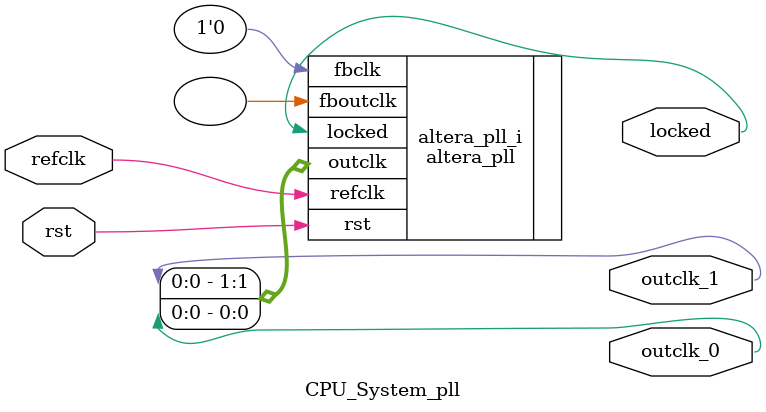
<source format=v>
`timescale 1ns/10ps
module  CPU_System_pll(

	// interface 'refclk'
	input wire refclk,

	// interface 'reset'
	input wire rst,

	// interface 'outclk0'
	output wire outclk_0,

	// interface 'outclk1'
	output wire outclk_1,

	// interface 'locked'
	output wire locked
);

	altera_pll #(
		.fractional_vco_multiplier("false"),
		.reference_clock_frequency("50.0 MHz"),
		.operation_mode("normal"),
		.number_of_clocks(2),
		.output_clock_frequency0("100.000000 MHz"),
		.phase_shift0("0 ps"),
		.duty_cycle0(50),
		.output_clock_frequency1("100.000000 MHz"),
		.phase_shift1("-3750 ps"),
		.duty_cycle1(50),
		.output_clock_frequency2("0 MHz"),
		.phase_shift2("0 ps"),
		.duty_cycle2(50),
		.output_clock_frequency3("0 MHz"),
		.phase_shift3("0 ps"),
		.duty_cycle3(50),
		.output_clock_frequency4("0 MHz"),
		.phase_shift4("0 ps"),
		.duty_cycle4(50),
		.output_clock_frequency5("0 MHz"),
		.phase_shift5("0 ps"),
		.duty_cycle5(50),
		.output_clock_frequency6("0 MHz"),
		.phase_shift6("0 ps"),
		.duty_cycle6(50),
		.output_clock_frequency7("0 MHz"),
		.phase_shift7("0 ps"),
		.duty_cycle7(50),
		.output_clock_frequency8("0 MHz"),
		.phase_shift8("0 ps"),
		.duty_cycle8(50),
		.output_clock_frequency9("0 MHz"),
		.phase_shift9("0 ps"),
		.duty_cycle9(50),
		.output_clock_frequency10("0 MHz"),
		.phase_shift10("0 ps"),
		.duty_cycle10(50),
		.output_clock_frequency11("0 MHz"),
		.phase_shift11("0 ps"),
		.duty_cycle11(50),
		.output_clock_frequency12("0 MHz"),
		.phase_shift12("0 ps"),
		.duty_cycle12(50),
		.output_clock_frequency13("0 MHz"),
		.phase_shift13("0 ps"),
		.duty_cycle13(50),
		.output_clock_frequency14("0 MHz"),
		.phase_shift14("0 ps"),
		.duty_cycle14(50),
		.output_clock_frequency15("0 MHz"),
		.phase_shift15("0 ps"),
		.duty_cycle15(50),
		.output_clock_frequency16("0 MHz"),
		.phase_shift16("0 ps"),
		.duty_cycle16(50),
		.output_clock_frequency17("0 MHz"),
		.phase_shift17("0 ps"),
		.duty_cycle17(50),
		.pll_type("General"),
		.pll_subtype("General")
	) altera_pll_i (
		.rst	(rst),
		.outclk	({outclk_1, outclk_0}),
		.locked	(locked),
		.fboutclk	( ),
		.fbclk	(1'b0),
		.refclk	(refclk)
	);
endmodule


</source>
